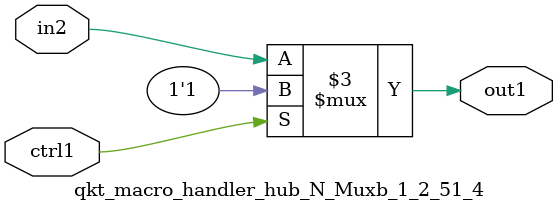
<source format=v>

`timescale 1ps / 1ps


module qkt_macro_handler_hub_N_Muxb_1_2_51_4( in2, ctrl1, out1 );

    input in2;
    input ctrl1;
    output out1;
    reg out1;

    
    // rtl_process:qkt_macro_handler_hub_N_Muxb_1_2_51_4/qkt_macro_handler_hub_N_Muxb_1_2_51_4_thread_1
    always @*
      begin : qkt_macro_handler_hub_N_Muxb_1_2_51_4_thread_1
        case (ctrl1) 
          1'b1: 
            begin
              out1 = 1'b1;
            end
          default: 
            begin
              out1 = in2;
            end
        endcase
      end

endmodule





</source>
